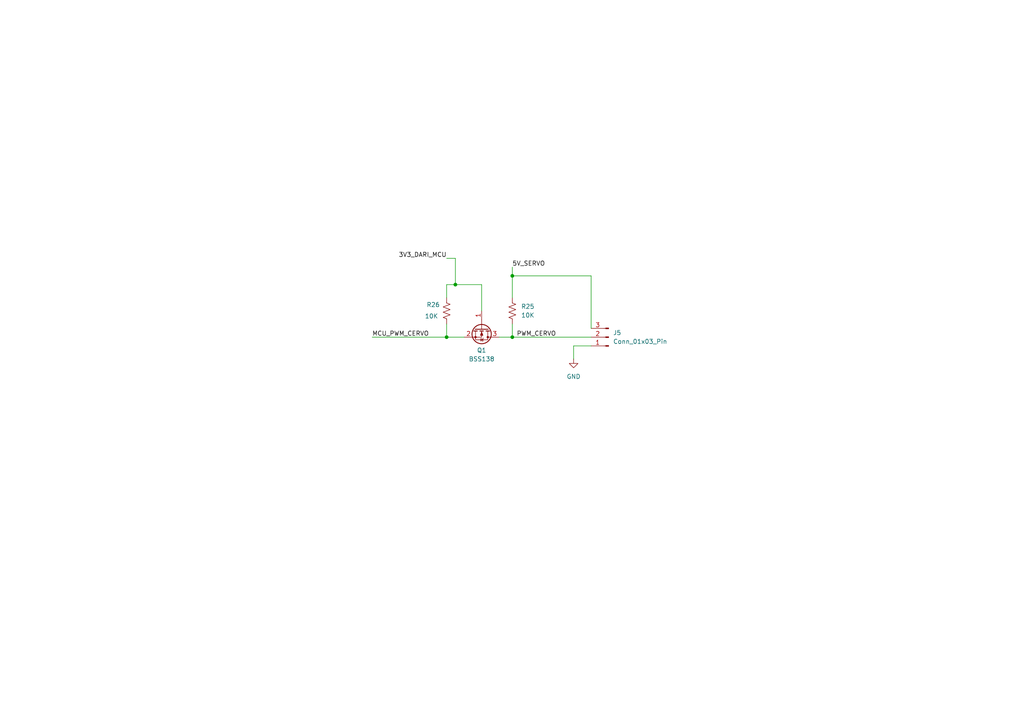
<source format=kicad_sch>
(kicad_sch (version 20231120) (generator "eeschema") (generator_version "8.0")
  (paper "A4")
  (lib_symbols
    (symbol "Connector:Conn_01x03_Pin" (pin_names (offset 1.016) hide)
      (property "Reference" "J" (at 0 5.08 0))
      (property "Value" "Conn_01x03_Pin" (at 0 -5.08 0))
      (symbol "Conn_01x03_Pin_1_1"
        (polyline (pts (xy 1.27 -2.54) (xy 0.8636 -2.54)) (stroke (width 0.1524)))
        (polyline (pts (xy 1.27 0) (xy 0.8636 0)) (stroke (width 0.1524)))
        (polyline (pts (xy 1.27 2.54) (xy 0.8636 2.54)) (stroke (width 0.1524)))
        (rectangle (start 0.8636 -2.413) (end 0 -2.667) (stroke (width 0.1524)) (fill (type outline)))
        (rectangle (start 0.8636 0.127) (end 0 -0.127) (stroke (width 0.1524)) (fill (type outline)))
        (rectangle (start 0.8636 2.667) (end 0 2.413) (stroke (width 0.1524)) (fill (type outline)))
        (pin passive line (at 5.08 2.54 180) (length 3.81) (name "Pin_1") (number "1"))
        (pin passive line (at 5.08 0 180) (length 3.81) (name "Pin_2") (number "2"))
        (pin passive line (at 5.08 -2.54 180) (length 3.81) (name "Pin_3") (number "3"))
      )
    )
    (symbol "Device:R_US" (pin_numbers hide) (pin_names (offset 0))
      (property "Reference" "R" (at 2.54 0 90))
      (property "Value" "R_US" (at -2.54 0 90))
      (symbol "R_US_0_1"
        (polyline (pts (xy 0 -2.286) (xy 0 -2.54)))
        (polyline (pts (xy 0 2.286) (xy 0 2.54)))
        (polyline (pts (xy 0 -0.762) (xy 1.016 -1.143) (xy 0 -1.524) (xy -1.016 -1.905) (xy 0 -2.286)))
        (polyline (pts (xy 0 0.762) (xy 1.016 0.381) (xy 0 0) (xy -1.016 -0.381) (xy 0 -0.762)))
        (polyline (pts (xy 0 2.286) (xy 1.016 1.905) (xy 0 1.524) (xy -1.016 1.143) (xy 0 0.762)))
      )
      (symbol "R_US_1_1"
        (pin passive line (at 0 3.81 270) (length 1.27) (name "~") (number "1"))
        (pin passive line (at 0 -3.81 90) (length 1.27) (name "~") (number "2"))
      )
    )
    (symbol "Transistor_FET:BSS138" (pin_names hide)
      (property "Reference" "Q" (at 5.08 1.905 0))
      (property "Value" "BSS138" (at 5.08 0 0))
      (symbol "BSS138_0_1"
        (polyline (pts (xy 0.254 0) (xy -2.54 0)))
        (polyline (pts (xy 0.254 1.905) (xy 0.254 -1.905)) (stroke (width 0.254)))
        (polyline (pts (xy 0.762 -1.27) (xy 0.762 -2.286)) (stroke (width 0.254)))
        (polyline (pts (xy 0.762 0.508) (xy 0.762 -0.508)) (stroke (width 0.254)))
        (polyline (pts (xy 0.762 2.286) (xy 0.762 1.27)) (stroke (width 0.254)))
        (polyline (pts (xy 2.54 2.54) (xy 2.54 1.778)))
        (polyline (pts (xy 2.54 -2.54) (xy 2.54 0) (xy 0.762 0)))
        (polyline (pts (xy 0.762 -1.778) (xy 3.302 -1.778) (xy 3.302 1.778) (xy 0.762 1.778)))
        (polyline (pts (xy 1.016 0) (xy 2.032 0.381) (xy 2.032 -0.381) (xy 1.016 0)) (fill (type outline)))
        (polyline (pts (xy 2.794 0.508) (xy 2.921 0.381) (xy 3.683 0.381) (xy 3.81 0.254)))
        (polyline (pts (xy 3.302 0.381) (xy 2.921 -0.254) (xy 3.683 -0.254) (xy 3.302 0.381)))
        (circle (center 1.651 0) (radius 2.794) (stroke (width 0.254)))
        (circle (center 2.54 -1.778) (radius 0.254) (fill (type outline)))
        (circle (center 2.54 1.778) (radius 0.254) (fill (type outline)))
      )
      (symbol "BSS138_1_1"
        (pin input line (at -5.08 0 0) (length 2.54) (name "G") (number "1"))
        (pin passive line (at 2.54 -5.08 90) (length 2.54) (name "S") (number "2"))
        (pin passive line (at 2.54 5.08 270) (length 2.54) (name "D") (number "3"))
      )
    )
    (symbol "power:GND" (power) (pin_numbers hide) (pin_names (offset 0) hide)
      (property "Value" "GND" (at 0 -3.81 0))
      (symbol "GND_0_1"
        (polyline (pts (xy 0 0) (xy 0 -1.27) (xy 1.27 -1.27) (xy 0 -2.54) (xy -1.27 -1.27) (xy 0 -1.27)))
      )
      (symbol "GND_1_1"
        (pin power_in line (at 0 0 270) (length 0) (name "~") (number "1"))
      )
    )
  )
  (junction (at 132.08 82.55))
  (junction (at 148.59 80.01))
  (junction (at 129.54 97.79))
  (junction (at 148.59 97.79))
  (wire (pts (xy 148.59 80.01) (xy 148.59 86.36)))
  (wire (pts (xy 148.59 93.98) (xy 148.59 97.79)))
  (wire (pts (xy 148.59 97.79) (xy 144.78 97.79)))
  (wire (pts (xy 148.59 77.47) (xy 148.59 80.01)))
  (wire (pts (xy 129.54 74.93) (xy 132.08 74.93)))
  (wire (pts (xy 129.54 93.98) (xy 129.54 97.79)))
  (wire (pts (xy 132.08 82.55) (xy 129.54 82.55)))
  (wire (pts (xy 166.37 100.33) (xy 166.37 104.14)))
  (wire (pts (xy 139.7 90.17) (xy 139.7 82.55)))
  (wire (pts (xy 171.45 95.25) (xy 171.45 80.01)))
  (wire (pts (xy 171.45 100.33) (xy 166.37 100.33)))
  (wire (pts (xy 129.54 97.79) (xy 134.62 97.79)))
  (wire (pts (xy 171.45 80.01) (xy 148.59 80.01)))
  (wire (pts (xy 132.08 74.93) (xy 132.08 82.55)))
  (wire (pts (xy 139.7 82.55) (xy 132.08 82.55)))
  (wire (pts (xy 148.59 97.79) (xy 171.45 97.79)))
  (wire (pts (xy 107.95 97.79) (xy 129.54 97.79)))
  (wire (pts (xy 129.54 82.55) (xy 129.54 86.36)))
  (label "3V3_DARI_MCU" (at 129.54 74.93 180))
  (label "5V_SERVO" (at 148.59 77.47 0))
  (label "PWM_CERVO" (at 161.29 97.79 180))
  (label "MCU_PWM_CERVO" (at 107.95 97.79 0))
  (symbol (lib_id "Device:R_US") (at 129.54 90.17 0) (unit 1)
    (property "Reference" "R26" (at 123.698 88.392 0) (effects (justify left)))
    (property "Value" "10K" (at 123.19 91.694 0) (effects (justify left)))
    (property "Description" "Resistor, US symbol" (effects (hide yes)))
  )
  (symbol (lib_id "Device:R_US") (at 148.59 90.17 0) (unit 1)
    (property "Reference" "R25" (at 151.13 88.8999 0) (effects (justify left)))
    (property "Value" "10K" (at 151.13 91.4399 0) (effects (justify left)))
    (property "Description" "Resistor, US symbol" (effects (hide yes)))
  )
  (symbol (lib_id "power:GND") (at 166.37 104.14 0) (unit 1)
    (property "Reference" "#PWR036" (effects (hide yes)))
    (property "Value" "GND" (at 166.37 109.22 0))
    (property "Description" "Power symbol creates a global label with name \"GND\" , ground" (effects (hide yes)))
  )
  (symbol (lib_id "Connector:Conn_01x03_Pin") (at 176.53 97.79 180) (unit 1)
    (property "Reference" "J5" (at 177.8 96.5199 0) (effects (justify right)))
    (property "Value" "Conn_01x03_Pin" (at 177.8 99.0599 0) (effects (justify right)))
    (property "Description" "Generic connector, single row, 01x03, script generated" (effects (hide yes)))
  )
  (symbol (lib_id "Transistor_FET:BSS138") (at 139.7 95.25 270) (unit 1)
    (property "Reference" "Q1" (at 139.7 101.6 90))
    (property "Value" "BSS138" (at 139.7 104.14 90))
    (property "Footprint" "Package_TO_SOT_SMD:SOT-23" (effects (hide yes)))
    (property "Datasheet" "https://www.onsemi.com/pub/Collateral/BSS138-D.PDF" (effects (hide yes)))
    (property "Description" "50V Vds, 0.22A Id, N-Channel MOSFET, SOT-23" (effects (hide yes)))
  )
)
</source>
